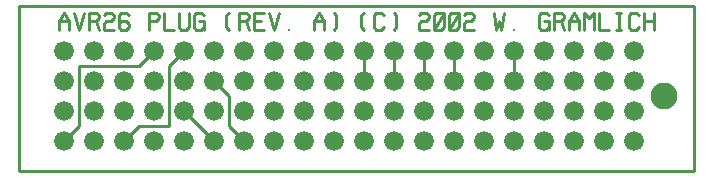
<source format=gtl>
%MOIN*%
%FSLAX25Y25*%
G04 D10 used for Character Trace; *
G04     Circle (OD=.01000) (No hole)*
G04 D11 used for Power Trace; *
G04     Circle (OD=.06700) (No hole)*
G04 D12 used for Signal Trace; *
G04     Circle (OD=.01100) (No hole)*
G04 D13 used for Via; *
G04     Circle (OD=.05800) (Round. Hole ID=.02800)*
G04 D14 used for Component hole; *
G04     Circle (OD=.06500) (Round. Hole ID=.03500)*
G04 D15 used for Component hole; *
G04     Circle (OD=.06600) (Round. Hole ID=.04200)*
G04 D16 used for Component hole; *
G04     Circle (OD=.08200) (Round. Hole ID=.05200)*
G04 D17 used for Component hole; *
G04     Circle (OD=.08950) (Round. Hole ID=.05950)*
G04 D18 used for Component hole; *
G04     Circle (OD=.11600) (Round. Hole ID=.08600)*
G04 D19 used for Component hole; *
G04     Circle (OD=.15500) (Round. Hole ID=.12500)*
G04 D20 used for Component hole; *
G04     Circle (OD=.18200) (Round. Hole ID=.15200)*
G04 D21 used for Component hole; *
G04     Circle (OD=.24300) (Round. Hole ID=.21300)*
%ADD10C,.01000*%
%ADD11C,.06700*%
%ADD12C,.01100*%
%ADD13C,.05800*%
%ADD14C,.06500*%
%ADD15C,.06600*%
%ADD16C,.08200*%
%ADD17C,.08950*%
%ADD18C,.11600*%
%ADD19C,.15500*%
%ADD20C,.18200*%
%ADD21C,.24300*%
%IPPOS*%
%LPD*%
G90*X0Y0D02*D15*X15000Y10000D03*D12*              
X20000Y15000D01*Y35000D01*X40000D01*              
X45000Y40000D01*D15*D03*D12*X50000Y15000D02*      
Y35000D01*X40000Y15000D02*X50000D01*              
X35000Y10000D02*X40000Y15000D01*D15*              
X35000Y10000D03*X45000Y20000D03*X25000D03*        
X45000Y10000D03*X35000Y20000D03*X25000Y10000D03*  
X55000Y30000D03*X15000D03*X45000D03*              
X15000Y20000D03*X55000Y10000D03*X35000Y30000D03*  
X55000Y20000D03*D12*X65000Y10000D01*D15*D03*D12*  
X75000D02*X70000Y15000D01*D15*X75000Y10000D03*D12*
X70000Y15000D02*Y25000D01*X65000Y30000D01*D15*D03*
X75000Y20000D03*Y40000D03*X55000D03*D12*          
X50000Y35000D01*D15*X65000Y20000D03*              
X35000Y40000D03*X65000D03*X75000Y30000D03*        
X25000Y40000D03*Y30000D03*X85000Y10000D03*        
Y20000D03*D10*X13326Y47129D02*Y50000D01*          
X15000Y52871D01*X16674Y50000D01*Y47129D01*        
X13326Y50000D02*X16674D01*X18326Y52871D02*        
X20000Y47129D01*X21674Y52871D01*X23326Y47129D02*  
Y52871D01*X25837D01*X26674Y51914D01*Y50957D01*    
X25837Y50000D01*X23326D01*X25837D02*              
X26674Y47129D01*X28326Y51914D02*X29163Y52871D01*  
X30837D01*X31674Y51914D01*Y50957D01*              
X30837Y50000D01*X29163D01*X28326Y49043D01*        
Y47129D01*X31674D01*X36674Y51914D02*              
X35837Y52871D01*X34163D01*X33326Y51914D01*        
Y48086D01*X34163Y47129D01*X35837D01*              
X36674Y48086D01*Y49043D01*X35837Y50000D01*        
X34163D01*X33326Y49043D01*X43326Y47129D02*        
Y52871D01*X45837D01*X46674Y51914D01*Y50957D01*    
X45837Y50000D01*X43326D01*X48326Y52871D02*        
Y47129D01*X51674D01*X56674Y52871D02*Y48086D01*    
X55837Y47129D01*X54163D01*X53326Y48086D01*        
Y52871D01*X61674Y48086D02*X60837Y47129D01*        
X59163D01*X58326Y48086D01*Y51914D01*              
X59163Y52871D01*X60837D01*X61674Y51914D01*        
X60000Y50000D02*X61674D01*Y47129D01*              
X70000Y52871D02*X69163Y51914D01*Y48086D01*        
X70000Y47129D01*X73326D02*Y52871D01*X75837D01*    
X76674Y51914D01*Y50957D01*X75837Y50000D01*        
X73326D01*X75837D02*X76674Y47129D01*X81674D02*    
X78326D01*Y52871D01*X81674D01*X78326Y50000D02*    
X80837D01*X83326Y52871D02*X85000Y47129D01*        
X86674Y52871D01*X90000Y47129D03*X98326D02*        
Y50000D01*X100000Y52871D01*X101674Y50000D01*      
Y47129D01*X98326Y50000D02*X101674D01*             
X105000Y52871D02*X105837Y51914D01*Y48086D01*      
X105000Y47129D01*X115000Y52871D02*                
X114163Y51914D01*Y48086D01*X115000Y47129D01*      
X121674Y48086D02*X120837Y47129D01*X119163D01*     
X118326Y48086D01*Y51914D01*X119163Y52871D01*      
X120837D01*X121674Y51914D01*X125000Y52871D02*     
X125837Y51914D01*Y48086D01*X125000Y47129D01*      
X133326Y51914D02*X134163Y52871D01*X135837D01*     
X136674Y51914D01*Y50957D01*X135837Y50000D01*      
X134163D01*X133326Y49043D01*Y47129D01*X136674D01* 
X141674Y48086D02*X140837Y47129D01*X139163D01*     
X138326Y48086D01*Y51914D01*X139163Y52871D01*      
X140837D01*X141674Y51914D01*Y48086D01*            
X138326Y47129D02*X141674Y52871D01*                
X146674Y48086D02*X145837Y47129D01*X144163D01*     
X143326Y48086D01*Y51914D01*X144163Y52871D01*      
X145837D01*X146674Y51914D01*Y48086D01*            
X143326Y47129D02*X146674Y52871D01*                
X148326Y51914D02*X149163Y52871D01*X150837D01*     
X151674Y51914D01*Y50957D01*X150837Y50000D01*      
X149163D01*X148326Y49043D01*Y47129D01*X151674D01* 
X158326Y52871D02*X159163Y47129D01*                
X160000Y50000D01*X160837Y47129D01*                
X161674Y52871D01*X165000Y47129D03*                
X176674Y48086D02*X175837Y47129D01*X174163D01*     
X173326Y48086D01*Y51914D01*X174163Y52871D01*      
X175837D01*X176674Y51914D01*X175000Y50000D02*     
X176674D01*Y47129D01*X178326D02*Y52871D01*        
X180837D01*X181674Y51914D01*Y50957D01*            
X180837Y50000D01*X178326D01*X180837D02*           
X181674Y47129D01*X183326D02*Y50000D01*            
X185000Y52871D01*X186674Y50000D01*Y47129D01*      
X183326Y50000D02*X186674D01*X188326Y47129D02*     
Y52871D01*X190000Y50957D01*X191674Y52871D01*      
Y47129D01*X193326Y52871D02*Y47129D01*X196674D01*  
X200000D02*Y52871D01*X199163Y47129D02*X200837D01* 
X199163Y52871D02*X200837D01*X206674Y48086D02*     
X205837Y47129D01*X204163D01*X203326Y48086D01*     
Y51914D01*X204163Y52871D01*X205837D01*            
X206674Y51914D01*X208326Y47129D02*Y52871D01*      
X211674Y47129D02*Y52871D01*X208326Y50000D02*      
X211674D01*D15*X85000Y30000D03*X15000Y40000D03*   
X85000D03*X95000Y10000D03*Y20000D03*Y30000D03*    
Y40000D03*D12*X0Y0D02*Y55000D01*Y0D02*X225000D01* 
Y55000D01*X0D01*D15*X105000Y10000D03*Y20000D03*   
Y30000D03*Y40000D03*X115000Y10000D03*Y20000D03*   
Y30000D03*D12*Y40000D01*D15*D03*X125000Y30000D03* 
D12*Y40000D01*D15*D03*X135000Y30000D03*D12*       
Y40000D01*D15*D03*X145000Y30000D03*D12*Y40000D01* 
D15*D03*X155000Y30000D03*Y40000D03*               
X165000Y20000D03*X125000D03*X165000Y30000D03*D12* 
Y40000D01*D15*D03*X175000Y30000D03*Y40000D03*     
X185000Y20000D03*X145000D03*X185000Y30000D03*     
X155000Y20000D03*X185000Y40000D03*                
X175000Y20000D03*X195000Y10000D03*X135000D03*     
X195000Y20000D03*X145000Y10000D03*                
X195000Y30000D03*X155000Y10000D03*                
X195000Y40000D03*X165000Y10000D03*X175000D03*     
X135000Y20000D03*X185000Y10000D03*X205000D03*     
Y20000D03*Y30000D03*Y40000D03*X125000Y10000D03*   
D17*X215000Y25000D03*M02*                         

</source>
